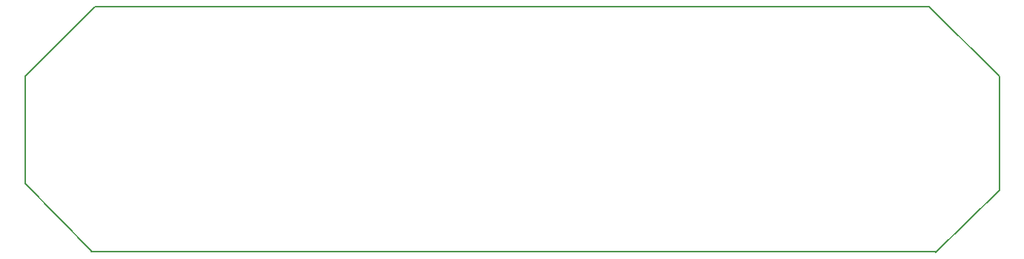
<source format=gbr>
G04 #@! TF.FileFunction,Profile,NP*
%FSLAX46Y46*%
G04 Gerber Fmt 4.6, Leading zero omitted, Abs format (unit mm)*
G04 Created by KiCad (PCBNEW 4.0.6) date 06/17/17 08:19:30*
%MOMM*%
%LPD*%
G01*
G04 APERTURE LIST*
%ADD10C,0.100000*%
%ADD11C,0.150000*%
G04 APERTURE END LIST*
D10*
D11*
X154889200Y-128524000D02*
X154889200Y-128524000D01*
X154863800Y-128524000D02*
X154889200Y-128524000D01*
X58521600Y-128524000D02*
X154863800Y-128524000D01*
X50927000Y-120726200D02*
X58547000Y-128524000D01*
X50927000Y-108458000D02*
X50927000Y-120726200D01*
X58928000Y-100457000D02*
X50927000Y-108458000D01*
X154076400Y-100457000D02*
X58928000Y-100457000D01*
X162077400Y-108458000D02*
X154076400Y-100457000D01*
X162077400Y-121437400D02*
X162077400Y-108458000D01*
X154863800Y-128549400D02*
X162077400Y-121437400D01*
M02*

</source>
